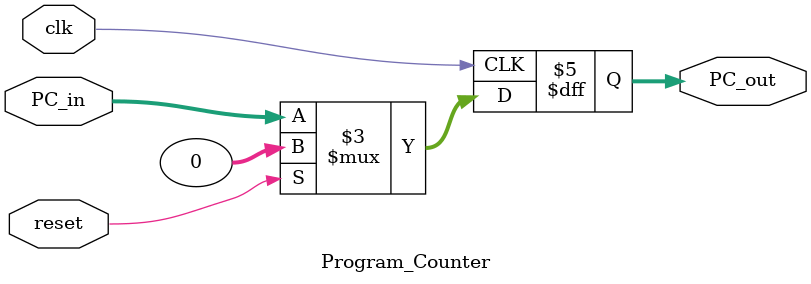
<source format=v>
module Program_Counter(clk, reset, PC_in, PC_out);

input clk, reset;
input [31:0] PC_in;
output reg [31:0] PC_out;

always @ (posedge clk)
begin
if(reset)
PC_out <= 32'h00000000;
else
PC_out <= PC_in;
end
endmodule

</source>
